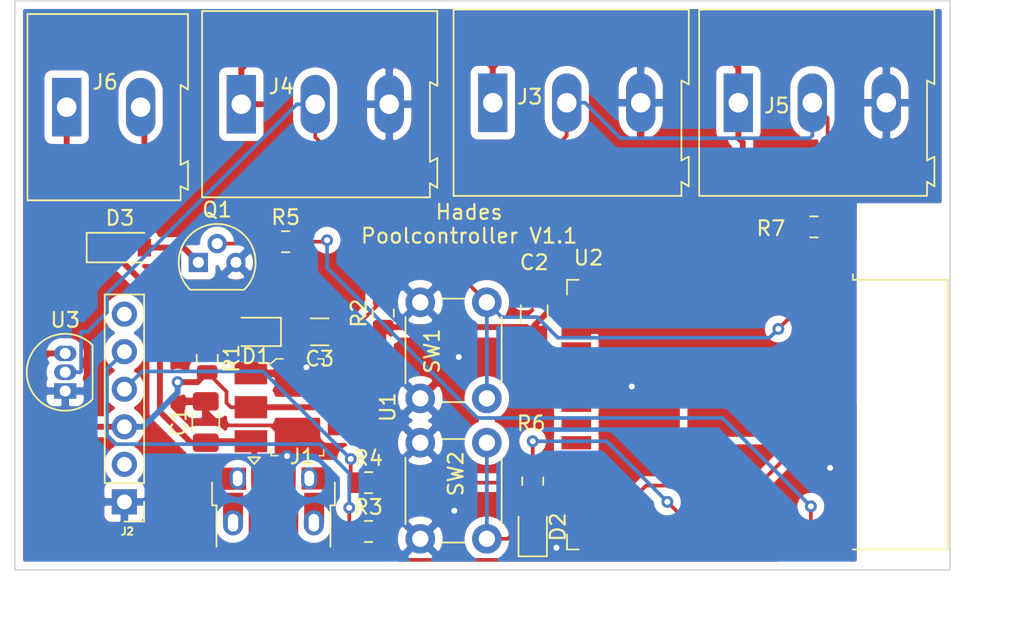
<source format=kicad_pcb>
(kicad_pcb (version 20171130) (host pcbnew "(5.1.5)-3")
  (title_block (title "Hades pool heater controller") (date 2020-05-06) (rev 1.1) (comment 4 "Author: Vincent Mangelschots"))
  (layers (0 F.Cu signal) (31 B.Cu signal) (34 B.Paste user) (35 F.Paste user) (36 B.SilkS user) (37 F.SilkS user) (38 B.Mask user) (39 F.Mask user) (44 Edge.Cuts user))
  (net 0 "")
  (net 1 GND)
  (net 2 +3V3)
  (net 3 "Net-(C3-Pad1)")
  (net 4 "Net-(D1-Pad2)")
  (net 5 "Net-(J1-Pad6)")
  (net 6 "Net-(R3-Pad2)")
  (net 7 "Net-(R4-Pad2)")
  (net 8 "Net-(SW2-Pad1)")
  (net 9 +5V)
  (net 10 "Net-(D2-Pad2)")
  (net 11 /Rx)
  (net 12 /Tx)
  (net 13 "Net-(Q1-Pad2)")
  (net 14 "Net-(R5-Pad2)")
  (net 15 "Net-(R6-Pad2)")
  (net 16 "Net-(D3-Pad2)")
  (net 17 "Net-(J3-Pad2)")
  (module Capacitor_SMD:C_1206_3216Metric (layer F.Cu) (at 117.6 50.4 90)
    (fp_text reference C1 (at 0 -1.82 90) (layer F.SilkS))
    (fp_text value "10µf tantalum")
    (fp_line (start -0.602064 -0.91) (end 0.602064 -0.91) (layer F.SilkS) (width 0.12))
    (fp_line (start -0.602064 0.91) (end 0.602064 0.91) (layer F.SilkS) (width 0.12))
    (pad 1 smd roundrect (at -1.4 0 90) (size 1.25 1.75) (layers F.Cu F.Paste F.Mask) (roundrect_rratio 0.2) (net 9 +5V))
    (pad 2 smd roundrect (at 1.4 0 90) (size 1.25 1.75) (layers F.Cu F.Paste F.Mask) (roundrect_rratio 0.2) (net 1 GND))
  )
  (module Capacitor_SMD:C_1206_3216Metric (layer F.Cu) (at 139.8 43.1 90)
    (fp_text reference C2 (at 3.5 0 180) (layer F.SilkS))
    (fp_text value "100µf tantalum")
    (fp_line (start -0.602064 0.91) (end 0.602064 0.91) (layer F.SilkS) (width 0.12))
    (fp_line (start -0.602064 -0.91) (end 0.602064 -0.91) (layer F.SilkS) (width 0.12))
    (pad 2 smd roundrect (at 1.4 0 90) (size 1.25 1.75) (layers F.Cu F.Paste F.Mask) (roundrect_rratio 0.2) (net 1 GND))
    (pad 1 smd roundrect (at -1.4 0 90) (size 1.25 1.75) (layers F.Cu F.Paste F.Mask) (roundrect_rratio 0.2) (net 2 +3V3))
  )
  (module Capacitor_SMD:C_1206_3216Metric (layer F.Cu) (at 125.3 44.3 180)
    (fp_text reference C3 (at 0 -1.82) (layer F.SilkS))
    (fp_text value 0.1µf)
    (fp_line (start -0.602064 -0.91) (end 0.602064 -0.91) (layer F.SilkS) (width 0.12))
    (fp_line (start -0.602064 0.91) (end 0.602064 0.91) (layer F.SilkS) (width 0.12))
    (pad 1 smd roundrect (at -1.4 0 180) (size 1.25 1.75) (layers F.Cu F.Paste F.Mask) (roundrect_rratio 0.2) (net 3 "Net-(C3-Pad1)"))
    (pad 2 smd roundrect (at 1.4 0 180) (size 1.25 1.75) (layers F.Cu F.Paste F.Mask) (roundrect_rratio 0.2) (net 1 GND))
  )
  (module LED_SMD:LED_0805_2012Metric (layer F.Cu) (at 121 44.3 180)
    (fp_text reference D1 (at 0 -1.65) (layer F.SilkS))
    (fp_text value "LED red")
    (fp_line (start 1 -0.96) (end -1.685 -0.96) (layer F.SilkS) (width 0.12))
    (fp_line (start -1.685 -0.96) (end -1.685 0.96) (layer F.SilkS) (width 0.12))
    (fp_line (start -1.685 0.96) (end 1 0.96) (layer F.SilkS) (width 0.12))
    (pad 1 smd roundrect (at -0.9375 0 180) (size 0.975 1.4) (layers F.Cu F.Paste F.Mask) (net 1 GND))
    (pad 2 smd roundrect (at 0.9375 0 180) (size 0.975 1.4) (layers F.Cu F.Paste F.Mask) (net 4 "Net-(D1-Pad2)"))
  )
  (module Connector_USB:USB_Micro-B_Amphenol_10103594-0001LF_Horizontal (layer F.Cu) (at 122.2 56.1)
    (fp_text reference J1 (at 1.925 -3.365) (layer F.SilkS))
    (fp_text value USB_B_Micro)
    (fp_line (start -4.175 -0.065) (end -4.175 -1.615) (layer F.SilkS) (width 0.12))
    (fp_line (start -4.175 -0.065) (end -3.875 -0.065) (layer F.SilkS) (width 0.12))
    (fp_line (start -3.875 2.735) (end -3.875 -0.065) (layer F.SilkS) (width 0.12))
    (fp_line (start 4.125 -0.065) (end 4.125 -1.615) (layer F.SilkS) (width 0.12))
    (fp_line (start 3.825 -0.065) (end 4.125 -0.065) (layer F.SilkS) (width 0.12))
    (fp_line (start 3.825 2.735) (end 3.825 -0.065) (layer F.SilkS) (width 0.12))
    (fp_line (start -0.925 -3.315) (end -1.325 -2.865) (layer F.SilkS) (width 0.12))
    (fp_line (start -1.725 -3.315) (end -0.925 -3.315) (layer F.SilkS) (width 0.12))
    (fp_line (start -1.325 -2.865) (end -1.725 -3.315) (layer F.SilkS) (width 0.12))
    (pad 6 smd rect (at 2.725 0.185) (size 1.35 2) (layers F.Cu F.Paste F.Mask) (net 5 "Net-(J1-Pad6)"))
    (pad 6 smd rect (at -2.755 0.185) (size 1.35 2) (layers F.Cu F.Paste F.Mask) (net 5 "Net-(J1-Pad6)"))
    (pad 6 smd rect (at -2.975 -0.565) (size 1.825 0.7) (layers F.Cu F.Paste F.Mask) (net 5 "Net-(J1-Pad6)"))
    (pad 6 smd rect (at 2.975 -0.565) (size 1.825 0.7) (layers F.Cu F.Paste F.Mask) (net 5 "Net-(J1-Pad6)"))
    (pad 6 smd rect (at -2.875 -1.865) (size 2 1.5) (layers F.Cu F.Paste F.Mask) (net 5 "Net-(J1-Pad6)"))
    (pad 6 smd rect (at 2.875 -1.885) (size 2 1.5) (layers F.Cu F.Paste F.Mask) (net 5 "Net-(J1-Pad6)"))
    (pad 1 smd rect (at -1.325 -1.765 90) (size 1.65 0.4) (layers F.Cu F.Paste F.Mask) (net 9 +5V))
    (pad 2 smd rect (at -0.675 -1.765 90) (size 1.65 0.4) (layers F.Cu F.Paste F.Mask))
    (pad 3 smd rect (at -0.025 -1.765 90) (size 1.65 0.4) (layers F.Cu F.Paste F.Mask))
    (pad 4 smd rect (at 0.625 -1.765 90) (size 1.65 0.4) (layers F.Cu F.Paste F.Mask))
    (pad 5 smd rect (at 1.275 -1.765 90) (size 1.65 0.4) (layers F.Cu F.Paste F.Mask) (net 1 GND))
    (pad 6 thru_hole oval (at -2.445 -1.885 90) (size 1.5 1.1) (drill oval 1.05 0.65) (layers *.Cu *.Mask) (net 5 "Net-(J1-Pad6)"))
    (pad 6 thru_hole oval (at 2.395 -1.885 90) (size 1.5 1.1) (drill oval 1.05 0.65) (layers *.Cu *.Mask) (net 5 "Net-(J1-Pad6)"))
    (pad 6 thru_hole oval (at -2.755 1.115 90) (size 1.7 1.35) (drill oval 1.2 0.7) (layers *.Cu *.Mask) (net 5 "Net-(J1-Pad6)"))
    (pad 6 thru_hole oval (at 2.705 1.115 90) (size 1.7 1.35) (drill oval 1.2 0.7) (layers *.Cu *.Mask) (net 5 "Net-(J1-Pad6)"))
    (pad 6 smd rect (at -0.985 1.385 90) (size 2.5 1.43) (layers F.Cu F.Paste F.Mask) (net 5 "Net-(J1-Pad6)"))
    (pad 6 smd rect (at 0.935 1.385 90) (size 2.5 1.43) (layers F.Cu F.Paste F.Mask) (net 5 "Net-(J1-Pad6)"))
  )
  (module Resistor_SMD:R_0805_2012Metric (layer F.Cu) (at 117.7 46.1 270)
    (fp_text reference R1 (at 0 -1.65 90) (layer F.SilkS))
    (fp_text value R150)
    (fp_line (start -0.258578 -0.71) (end 0.258578 -0.71) (layer F.SilkS) (width 0.12))
    (fp_line (start -0.258578 0.71) (end 0.258578 0.71) (layer F.SilkS) (width 0.12))
    (pad 1 smd roundrect (at -0.9375 0 270) (size 0.975 1.4) (layers F.Cu F.Paste F.Mask) (net 4 "Net-(D1-Pad2)"))
    (pad 2 smd roundrect (at 0.9375 0 270) (size 0.975 1.4) (layers F.Cu F.Paste F.Mask) (net 2 +3V3))
  )
  (module Resistor_SMD:R_0805_2012Metric (layer F.Cu) (at 129.6 43.0375 90)
    (fp_text reference R2 (at 0 -1.65 90) (layer F.SilkS))
    (fp_text value 10k)
    (fp_line (start -0.258578 0.71) (end 0.258578 0.71) (layer F.SilkS) (width 0.12))
    (fp_line (start -0.258578 -0.71) (end 0.258578 -0.71) (layer F.SilkS) (width 0.12))
    (pad 2 smd roundrect (at 0.9375 0 90) (size 0.975 1.4) (layers F.Cu F.Paste F.Mask) (net 3 "Net-(C3-Pad1)"))
    (pad 1 smd roundrect (at -0.9375 0 90) (size 0.975 1.4) (layers F.Cu F.Paste F.Mask) (net 2 +3V3))
  )
  (module Resistor_SMD:R_0805_2012Metric (layer F.Cu) (at 128.6 57.8)
    (fp_text reference R3 (at 0 -1.65) (layer F.SilkS))
    (fp_text value 1K)
    (fp_line (start -0.258578 -0.71) (end 0.258578 -0.71) (layer F.SilkS) (width 0.12))
    (fp_line (start -0.258578 0.71) (end 0.258578 0.71) (layer F.SilkS) (width 0.12))
    (pad 1 smd roundrect (at -0.9375 0) (size 0.975 1.4) (layers F.Cu F.Paste F.Mask) (net 12 /Tx))
    (pad 2 smd roundrect (at 0.9375 0) (size 0.975 1.4) (layers F.Cu F.Paste F.Mask) (net 6 "Net-(R3-Pad2)"))
  )
  (module Resistor_SMD:R_0805_2012Metric (layer F.Cu) (at 128.6 54.5)
    (fp_text reference R4 (at 0 -1.65) (layer F.SilkS))
    (fp_text value 1K)
    (fp_line (start -0.258578 0.71) (end 0.258578 0.71) (layer F.SilkS) (width 0.12))
    (fp_line (start -0.258578 -0.71) (end 0.258578 -0.71) (layer F.SilkS) (width 0.12))
    (pad 2 smd roundrect (at 0.9375 0) (size 0.975 1.4) (layers F.Cu F.Paste F.Mask) (net 7 "Net-(R4-Pad2)"))
    (pad 1 smd roundrect (at -0.9375 0) (size 0.975 1.4) (layers F.Cu F.Paste F.Mask) (net 11 /Rx))
  )
  (module Button_Switch_THT:SW_PUSH_6mm (layer F.Cu) (at 132.1 48.8 90)
    (fp_text reference SW1 (at 3.2 0.8 90) (layer F.SilkS))
    (fp_text value reset)
    (fp_line (start 1 5.5) (end 5.5 5.5) (layer F.SilkS) (width 0.12))
    (fp_line (start -0.25 1.5) (end -0.25 3) (layer F.SilkS) (width 0.12))
    (fp_line (start 5.5 -1) (end 1 -1) (layer F.SilkS) (width 0.12))
    (fp_line (start 6.75 3) (end 6.75 1.5) (layer F.SilkS) (width 0.12))
    (pad 2 thru_hole circle (at 0 4.5 180) (size 2 2) (drill 1.1) (layers *.Cu *.Mask) (net 3 "Net-(C3-Pad1)"))
    (pad 1 thru_hole circle (at 0 0 180) (size 2 2) (drill 1.1) (layers *.Cu *.Mask) (net 1 GND))
    (pad 2 thru_hole circle (at 6.5 4.5 180) (size 2 2) (drill 1.1) (layers *.Cu *.Mask) (net 3 "Net-(C3-Pad1)"))
    (pad 1 thru_hole circle (at 6.5 0 180) (size 2 2) (drill 1.1) (layers *.Cu *.Mask) (net 1 GND))
  )
  (module Button_Switch_THT:SW_PUSH_6mm (layer F.Cu) (at 136.6 51.8 270)
    (fp_text reference SW2 (at 2.1 2.1 90) (layer F.SilkS))
    (fp_text value "mode switch")
    (fp_line (start 6.75 3) (end 6.75 1.5) (layer F.SilkS) (width 0.12))
    (fp_line (start 5.5 -1) (end 1 -1) (layer F.SilkS) (width 0.12))
    (fp_line (start -0.25 1.5) (end -0.25 3) (layer F.SilkS) (width 0.12))
    (fp_line (start 1 5.5) (end 5.5 5.5) (layer F.SilkS) (width 0.12))
    (pad 1 thru_hole circle (at 6.5 0) (size 2 2) (drill 1.1) (layers *.Cu *.Mask) (net 8 "Net-(SW2-Pad1)"))
    (pad 2 thru_hole circle (at 6.5 4.5) (size 2 2) (drill 1.1) (layers *.Cu *.Mask) (net 1 GND))
    (pad 1 thru_hole circle (at 0 0) (size 2 2) (drill 1.1) (layers *.Cu *.Mask) (net 8 "Net-(SW2-Pad1)"))
    (pad 2 thru_hole circle (at 0 4.5) (size 2 2) (drill 1.1) (layers *.Cu *.Mask) (net 1 GND))
  )
  (module digikey-footprints:SOT-223 (layer F.Cu) (at 123.8 49.4 270)
    (fp_text reference U1 (at 0 -6.1 90) (layer F.SilkS))
    (fp_text value LM1117MPX-3_3_NOPB)
    (fp_line (start -3.275 0.975) (end -3.275 1.45) (layer F.SilkS) (width 0.1))
    (fp_line (start -3.275 1.45) (end -2.975 1.775) (layer F.SilkS) (width 0.1))
    (fp_line (start -2.975 1.775) (end -2.975 1.97) (layer F.SilkS) (width 0.1))
    (fp_line (start 3.275 1.3) (end 3.275 1.775) (layer F.SilkS) (width 0.1))
    (fp_line (start 3.275 1.775) (end 2.825 1.775) (layer F.SilkS) (width 0.1))
    (fp_line (start -2.775 -1.775) (end -3.275 -1.775) (layer F.SilkS) (width 0.1))
    (fp_line (start -3.275 -1.775) (end -3.275 -1.375) (layer F.SilkS) (width 0.1))
    (fp_line (start 2.9 -1.775) (end 3.275 -1.775) (layer F.SilkS) (width 0.1))
    (fp_line (start 3.275 -1.775) (end 3.275 -1.475) (layer F.SilkS) (width 0.1))
    (pad 3 smd rect (at 2.3 3.15 270) (size 1.5 2.2) (layers F.Cu F.Paste F.Mask) (net 9 +5V))
    (pad 2 smd rect (at 0 3.15 270) (size 1.5 2.2) (layers F.Cu F.Paste F.Mask) (net 2 +3V3))
    (pad 1 smd rect (at -2.3 3.15 270) (size 1.5 2.2) (layers F.Cu F.Paste F.Mask) (net 1 GND))
    (pad 4 smd rect (at 0 -3.15 270) (size 3.8 2.2) (layers F.Cu F.Paste F.Mask) (net 2 +3V3))
  )
  (module RF_Module:ESP32-WROOM-32 (layer F.Cu) (at 151.9 49.9 270)
    (fp_text reference U2 (at -10.61 8.43) (layer F.SilkS))
    (fp_text value ESP32-WROOM-32D)
    (fp_line (start -9.12 9.1) (end -9.12 9.88) (layer F.SilkS) (width 0.12))
    (fp_line (start -9.12 9.88) (end -8.12 9.88) (layer F.SilkS) (width 0.12))
    (fp_line (start 9.12 9.1) (end 9.12 9.88) (layer F.SilkS) (width 0.12))
    (fp_line (start 9.12 9.88) (end 8.12 9.88) (layer F.SilkS) (width 0.12))
    (fp_line (start -9.12 -15.865) (end 9.12 -15.865) (layer F.SilkS) (width 0.12))
    (fp_line (start 9.12 -15.865) (end 9.12 -9.445) (layer F.SilkS) (width 0.12))
    (fp_line (start -9.12 -15.865) (end -9.12 -9.445) (layer F.SilkS) (width 0.12))
    (fp_line (start -9.12 -9.445) (end -9.5 -9.445) (layer F.SilkS) (width 0.12))
    (pad 39 smd rect (at -1 -0.755 270) (size 5 5) (layers F.Cu F.Paste F.Mask) (net 1 GND))
    (pad 1 smd rect (at -8.5 -8.255 270) (size 2 0.9) (layers F.Cu F.Paste F.Mask) (net 1 GND))
    (pad 2 smd rect (at -8.5 -6.985 270) (size 2 0.9) (layers F.Cu F.Paste F.Mask) (net 2 +3V3))
    (pad 3 smd rect (at -8.5 -5.715 270) (size 2 0.9) (layers F.Cu F.Paste F.Mask) (net 3 "Net-(C3-Pad1)"))
    (pad 4 smd rect (at -8.5 -4.445 270) (size 2 0.9) (layers F.Cu F.Paste F.Mask))
    (pad 5 smd rect (at -8.5 -3.175 270) (size 2 0.9) (layers F.Cu F.Paste F.Mask))
    (pad 6 smd rect (at -8.5 -1.905 270) (size 2 0.9) (layers F.Cu F.Paste F.Mask))
    (pad 7 smd rect (at -8.5 -0.635 270) (size 2 0.9) (layers F.Cu F.Paste F.Mask))
    (pad 8 smd rect (at -8.5 0.635 270) (size 2 0.9) (layers F.Cu F.Paste F.Mask))
    (pad 9 smd rect (at -8.5 1.905 270) (size 2 0.9) (layers F.Cu F.Paste F.Mask))
    (pad 10 smd rect (at -8.5 3.175 270) (size 2 0.9) (layers F.Cu F.Paste F.Mask))
    (pad 11 smd rect (at -8.5 4.445 270) (size 2 0.9) (layers F.Cu F.Paste F.Mask))
    (pad 12 smd rect (at -8.5 5.715 270) (size 2 0.9) (layers F.Cu F.Paste F.Mask))
    (pad 13 smd rect (at -8.5 6.985 270) (size 2 0.9) (layers F.Cu F.Paste F.Mask))
    (pad 14 smd rect (at -8.5 8.255 270) (size 2 0.9) (layers F.Cu F.Paste F.Mask))
    (pad 15 smd rect (at -5.715 9.255) (size 2 0.9) (layers F.Cu F.Paste F.Mask) (net 1 GND))
    (pad 16 smd rect (at -4.445 9.255) (size 2 0.9) (layers F.Cu F.Paste F.Mask))
    (pad 17 smd rect (at -3.175 9.255) (size 2 0.9) (layers F.Cu F.Paste F.Mask))
    (pad 18 smd rect (at -1.905 9.255) (size 2 0.9) (layers F.Cu F.Paste F.Mask))
    (pad 19 smd rect (at -0.635 9.255) (size 2 0.9) (layers F.Cu F.Paste F.Mask))
    (pad 20 smd rect (at 0.635 9.255) (size 2 0.9) (layers F.Cu F.Paste F.Mask))
    (pad 21 smd rect (at 1.905 9.255) (size 2 0.9) (layers F.Cu F.Paste F.Mask))
    (pad 22 smd rect (at 3.175 9.255) (size 2 0.9) (layers F.Cu F.Paste F.Mask))
    (pad 23 smd rect (at 4.445 9.255) (size 2 0.9) (layers F.Cu F.Paste F.Mask))
    (pad 24 smd rect (at 5.715 9.255) (size 2 0.9) (layers F.Cu F.Paste F.Mask) (net 7 "Net-(R4-Pad2)"))
    (pad 25 smd rect (at 8.5 8.255 270) (size 2 0.9) (layers F.Cu F.Paste F.Mask) (net 8 "Net-(SW2-Pad1)"))
    (pad 26 smd rect (at 8.5 6.985 270) (size 2 0.9) (layers F.Cu F.Paste F.Mask) (net 17 "Net-(J3-Pad2)"))
    (pad 27 smd rect (at 8.5 5.715 270) (size 2 0.9) (layers F.Cu F.Paste F.Mask))
    (pad 28 smd rect (at 8.5 4.445 270) (size 2 0.9) (layers F.Cu F.Paste F.Mask))
    (pad 29 smd rect (at 8.5 3.175 270) (size 2 0.9) (layers F.Cu F.Paste F.Mask))
    (pad 30 smd rect (at 8.5 1.905 270) (size 2 0.9) (layers F.Cu F.Paste F.Mask) (net 15 "Net-(R6-Pad2)"))
    (pad 31 smd rect (at 8.5 0.635 270) (size 2 0.9) (layers F.Cu F.Paste F.Mask))
    (pad 32 smd rect (at 8.5 -0.635 270) (size 2 0.9) (layers F.Cu F.Paste F.Mask))
    (pad 33 smd rect (at 8.5 -1.905 270) (size 2 0.9) (layers F.Cu F.Paste F.Mask))
    (pad 34 smd rect (at 8.5 -3.175 270) (size 2 0.9) (layers F.Cu F.Paste F.Mask))
    (pad 35 smd rect (at 8.5 -4.445 270) (size 2 0.9) (layers F.Cu F.Paste F.Mask) (net 6 "Net-(R3-Pad2)"))
    (pad 36 smd rect (at 8.5 -5.715 270) (size 2 0.9) (layers F.Cu F.Paste F.Mask))
    (pad 37 smd rect (at 8.5 -6.985 270) (size 2 0.9) (layers F.Cu F.Paste F.Mask) (net 14 "Net-(R5-Pad2)"))
    (pad 38 smd rect (at 8.5 -8.255 270) (size 2 0.9) (layers F.Cu F.Paste F.Mask) (net 1 GND))
  )
  (module TerminalBlock:TerminalBlock_Altech_AK300-3_P5.00mm (layer F.Cu) (at 137 28.8)
    (fp_text reference J3 (at 2.5 -0.4) (layer F.SilkS))
    (fp_text value "outgooing water temperature")
    (fp_line (start -2.65 -6.3) (end -2.65 6.3) (layer F.SilkS) (width 0.12))
    (fp_line (start -2.65 6.3) (end 12.75 6.3) (layer F.SilkS) (width 0.12))
    (fp_line (start 12.75 6.3) (end 12.75 5.35) (layer F.SilkS) (width 0.12))
    (fp_line (start 12.75 5.35) (end 13.25 5.65) (layer F.SilkS) (width 0.12))
    (fp_line (start 13.25 5.65) (end 13.25 3.65) (layer F.SilkS) (width 0.12))
    (fp_line (start 13.25 3.65) (end 12.75 3.9) (layer F.SilkS) (width 0.12))
    (fp_line (start 12.75 3.9) (end 12.75 -1.5) (layer F.SilkS) (width 0.12))
    (fp_line (start 12.75 -1.5) (end 13.25 -1.25) (layer F.SilkS) (width 0.12))
    (fp_line (start 13.25 -1.25) (end 13.25 -6.3) (layer F.SilkS) (width 0.12))
    (fp_line (start 13.25 -6.3) (end -2.65 -6.3) (layer F.SilkS) (width 0.12))
    (pad 1 thru_hole rect (at 0 0) (size 1.98 3.96) (drill 1.32) (layers *.Cu *.Mask) (net 2 +3V3))
    (pad 2 thru_hole oval (at 5 0) (size 1.98 3.96) (drill 1.32) (layers *.Cu *.Mask) (net 17 "Net-(J3-Pad2)"))
    (pad 3 thru_hole oval (at 10 0) (size 1.98 3.96) (drill 1.32) (layers *.Cu *.Mask) (net 1 GND))
  )
  (module TerminalBlock:TerminalBlock_Altech_AK300-3_P5.00mm (layer F.Cu) (at 120 28.9)
    (fp_text reference J4 (at 2.7 -1.2) (layer F.SilkS))
    (fp_text value "incomming water temperature")
    (fp_line (start 13.25 -6.3) (end -2.65 -6.3) (layer F.SilkS) (width 0.12))
    (fp_line (start 13.25 -1.25) (end 13.25 -6.3) (layer F.SilkS) (width 0.12))
    (fp_line (start 12.75 -1.5) (end 13.25 -1.25) (layer F.SilkS) (width 0.12))
    (fp_line (start 12.75 3.9) (end 12.75 -1.5) (layer F.SilkS) (width 0.12))
    (fp_line (start 13.25 3.65) (end 12.75 3.9) (layer F.SilkS) (width 0.12))
    (fp_line (start 13.25 5.65) (end 13.25 3.65) (layer F.SilkS) (width 0.12))
    (fp_line (start 12.75 5.35) (end 13.25 5.65) (layer F.SilkS) (width 0.12))
    (fp_line (start 12.75 6.3) (end 12.75 5.35) (layer F.SilkS) (width 0.12))
    (fp_line (start -2.65 6.3) (end 12.75 6.3) (layer F.SilkS) (width 0.12))
    (fp_line (start -2.65 -6.3) (end -2.65 6.3) (layer F.SilkS) (width 0.12))
    (pad 3 thru_hole oval (at 10 0) (size 1.98 3.96) (drill 1.32) (layers *.Cu *.Mask) (net 1 GND))
    (pad 2 thru_hole oval (at 5 0) (size 1.98 3.96) (drill 1.32) (layers *.Cu *.Mask) (net 17 "Net-(J3-Pad2)"))
    (pad 1 thru_hole rect (at 0 0) (size 1.98 3.96) (drill 1.32) (layers *.Cu *.Mask) (net 2 +3V3))
  )
  (module TerminalBlock:TerminalBlock_Altech_AK300-3_P5.00mm (layer F.Cu) (at 153.6 28.8)
    (fp_text reference J5 (at 2.6 0.2) (layer F.SilkS))
    (fp_text value "Outside temperature")
    (fp_line (start -2.65 -6.3) (end -2.65 6.3) (layer F.SilkS) (width 0.12))
    (fp_line (start -2.65 6.3) (end 12.75 6.3) (layer F.SilkS) (width 0.12))
    (fp_line (start 12.75 6.3) (end 12.75 5.35) (layer F.SilkS) (width 0.12))
    (fp_line (start 12.75 5.35) (end 13.25 5.65) (layer F.SilkS) (width 0.12))
    (fp_line (start 13.25 5.65) (end 13.25 3.65) (layer F.SilkS) (width 0.12))
    (fp_line (start 13.25 3.65) (end 12.75 3.9) (layer F.SilkS) (width 0.12))
    (fp_line (start 12.75 3.9) (end 12.75 -1.5) (layer F.SilkS) (width 0.12))
    (fp_line (start 12.75 -1.5) (end 13.25 -1.25) (layer F.SilkS) (width 0.12))
    (fp_line (start 13.25 -1.25) (end 13.25 -6.3) (layer F.SilkS) (width 0.12))
    (fp_line (start 13.25 -6.3) (end -2.65 -6.3) (layer F.SilkS) (width 0.12))
    (pad 1 thru_hole rect (at 0 0) (size 1.98 3.96) (drill 1.32) (layers *.Cu *.Mask) (net 2 +3V3))
    (pad 2 thru_hole oval (at 5 0) (size 1.98 3.96) (drill 1.32) (layers *.Cu *.Mask) (net 17 "Net-(J3-Pad2)"))
    (pad 3 thru_hole oval (at 10 0) (size 1.98 3.96) (drill 1.32) (layers *.Cu *.Mask) (net 1 GND))
  )
  (module Resistor_SMD:R_0805_2012Metric (layer F.Cu) (at 158.7 37.2)
    (fp_text reference R7 (at -2.9 0.1) (layer F.SilkS))
    (fp_text value 4.7k)
    (fp_line (start -0.258578 -0.71) (end 0.258578 -0.71) (layer F.SilkS) (width 0.12))
    (fp_line (start -0.258578 0.71) (end 0.258578 0.71) (layer F.SilkS) (width 0.12))
    (pad 1 smd roundrect (at -0.9375 0) (size 0.975 1.4) (layers F.Cu F.Paste F.Mask) (net 2 +3V3))
    (pad 2 smd roundrect (at 0.9375 0) (size 0.975 1.4) (layers F.Cu F.Paste F.Mask) (net 17 "Net-(J3-Pad2)"))
  )
  (module LED_SMD:LED_0805_2012Metric (layer F.Cu) (at 139.7 57.8 90)
    (fp_text reference D2 (at 0.3 1.7 270) (layer F.SilkS))
    (fp_text value LED)
    (fp_line (start 1 -0.96) (end -1.685 -0.96) (layer F.SilkS) (width 0.12))
    (fp_line (start -1.685 -0.96) (end -1.685 0.96) (layer F.SilkS) (width 0.12))
    (fp_line (start -1.685 0.96) (end 1 0.96) (layer F.SilkS) (width 0.12))
    (pad 1 smd roundrect (at -0.9375 0 90) (size 0.975 1.4) (layers F.Cu F.Paste F.Mask) (net 1 GND))
    (pad 2 smd roundrect (at 0.9375 0 90) (size 0.975 1.4) (layers F.Cu F.Paste F.Mask) (net 10 "Net-(D2-Pad2)"))
  )
  (module Connector_PinHeader_2.54mm:PinHeader_1x06_P2.54mm_Vertical (layer F.Cu) (at 112.1 55.8 180)
    (fp_text reference J2 (at -0.2 -2) (layer F.SilkS) (effects (font (size 0.5 0.5) (thickness 0.125))))
    (fp_text value Conn_01x06)
    (fp_line (start -1.33 14.03) (end 1.33 14.03) (layer F.SilkS) (width 0.12))
    (fp_line (start -1.33 1.27) (end -1.33 14.03) (layer F.SilkS) (width 0.12))
    (fp_line (start 1.33 1.27) (end 1.33 14.03) (layer F.SilkS) (width 0.12))
    (fp_line (start -1.33 1.27) (end 1.33 1.27) (layer F.SilkS) (width 0.12))
    (fp_line (start -1.33 0) (end -1.33 -1.33) (layer F.SilkS) (width 0.12))
    (fp_line (start -1.33 -1.33) (end 0 -1.33) (layer F.SilkS) (width 0.12))
    (pad 1 thru_hole rect (at 0 0 180) (size 1.7 1.7) (drill 1) (layers *.Cu *.Mask) (net 1 GND))
    (pad 2 thru_hole oval (at 0 2.54 180) (size 1.7 1.7) (drill 1) (layers *.Cu *.Mask))
    (pad 3 thru_hole oval (at 0 5.08 180) (size 1.7 1.7) (drill 1) (layers *.Cu *.Mask) (net 2 +3V3))
    (pad 4 thru_hole oval (at 0 7.62 180) (size 1.7 1.7) (drill 1) (layers *.Cu *.Mask) (net 11 /Rx))
    (pad 5 thru_hole oval (at 0 10.16 180) (size 1.7 1.7) (drill 1) (layers *.Cu *.Mask) (net 12 /Tx))
    (pad 6 thru_hole oval (at 0 12.7 180) (size 1.7 1.7) (drill 1) (layers *.Cu *.Mask))
  )
  (module TerminalBlock:TerminalBlock_Altech_AK300-2_P5.00mm (layer F.Cu) (at 108.2 29.1)
    (fp_text reference J6 (at 2.6 -1.7) (layer F.SilkS))
    (fp_text value Relay)
    (fp_line (start -2.65 -6.3) (end -2.65 6.3) (layer F.SilkS) (width 0.12))
    (fp_line (start -2.65 6.3) (end 7.7 6.3) (layer F.SilkS) (width 0.12))
    (fp_line (start 7.7 6.3) (end 7.7 5.35) (layer F.SilkS) (width 0.12))
    (fp_line (start 7.7 5.35) (end 8.2 5.6) (layer F.SilkS) (width 0.12))
    (fp_line (start 8.2 5.6) (end 8.2 3.7) (layer F.SilkS) (width 0.12))
    (fp_line (start 8.2 3.7) (end 8.2 3.65) (layer F.SilkS) (width 0.12))
    (fp_line (start 8.2 3.65) (end 7.7 3.9) (layer F.SilkS) (width 0.12))
    (fp_line (start 7.7 3.9) (end 7.7 -1.5) (layer F.SilkS) (width 0.12))
    (fp_line (start 7.7 -1.5) (end 8.2 -1.2) (layer F.SilkS) (width 0.12))
    (fp_line (start 8.2 -1.2) (end 8.2 -6.3) (layer F.SilkS) (width 0.12))
    (fp_line (start 8.2 -6.3) (end -2.65 -6.3) (layer F.SilkS) (width 0.12))
    (pad 1 thru_hole rect (at 0 0) (size 1.98 3.96) (drill 1.32) (layers *.Cu *.Mask) (net 9 +5V))
    (pad 2 thru_hole oval (at 5 0) (size 1.98 3.96) (drill 1.32) (layers *.Cu *.Mask) (net 16 "Net-(D3-Pad2)"))
  )
  (module Package_TO_SOT_THT:TO-92 (layer F.Cu) (at 117.1 39.6)
    (fp_text reference Q1 (at 1.27 -3.56) (layer F.SilkS))
    (fp_text value 2N2222)
    (fp_line (start -0.53 1.85) (end 3.07 1.85) (layer F.SilkS) (width 0.12))
    (fp_arc (start 1.27 0) (end 1.27 -2.6) (angle -135) (layer F.SilkS) (width 0.12))
    (fp_arc (start 1.27 0) (end 1.27 -2.6) (angle 135) (layer F.SilkS) (width 0.12))
    (pad 2 thru_hole circle (at 1.27 -1.27 90) (size 1.3 1.3) (drill 0.75) (layers *.Cu *.Mask) (net 13 "Net-(Q1-Pad2)"))
    (pad 3 thru_hole circle (at 2.54 0 90) (size 1.3 1.3) (drill 0.75) (layers *.Cu *.Mask) (net 1 GND))
    (pad 1 thru_hole rect (at 0 0 90) (size 1.3 1.3) (drill 0.75) (layers *.Cu *.Mask) (net 16 "Net-(D3-Pad2)"))
  )
  (module Resistor_SMD:R_0805_2012Metric (layer F.Cu) (at 123 38.2)
    (fp_text reference R5 (at 0 -1.65) (layer F.SilkS))
    (fp_text value 470)
    (fp_line (start -0.258578 -0.71) (end 0.258578 -0.71) (layer F.SilkS) (width 0.12))
    (fp_line (start -0.258578 0.71) (end 0.258578 0.71) (layer F.SilkS) (width 0.12))
    (pad 1 smd roundrect (at -0.9375 0) (size 0.975 1.4) (layers F.Cu F.Paste F.Mask) (net 13 "Net-(Q1-Pad2)"))
    (pad 2 smd roundrect (at 0.9375 0) (size 0.975 1.4) (layers F.Cu F.Paste F.Mask) (net 14 "Net-(R5-Pad2)"))
  )
  (module Resistor_SMD:R_0805_2012Metric (layer F.Cu) (at 139.7 54.4 90)
    (fp_text reference R6 (at 3.9 -0.1 180) (layer F.SilkS))
    (fp_text value 56)
    (fp_line (start -0.258578 0.71) (end 0.258578 0.71) (layer F.SilkS) (width 0.12))
    (fp_line (start -0.258578 -0.71) (end 0.258578 -0.71) (layer F.SilkS) (width 0.12))
    (pad 2 smd roundrect (at 0.9375 0 90) (size 0.975 1.4) (layers F.Cu F.Paste F.Mask) (net 15 "Net-(R6-Pad2)"))
    (pad 1 smd roundrect (at -0.9375 0 90) (size 0.975 1.4) (layers F.Cu F.Paste F.Mask) (net 10 "Net-(D2-Pad2)"))
  )
  (module Package_TO_SOT_THT:TO-92_Inline (layer F.Cu) (at 108.1 48.3 90)
    (fp_text reference U3 (at 4.8 0 180) (layer F.SilkS))
    (fp_text value DS18B20)
    (fp_line (start -0.53 1.85) (end 3.07 1.85) (layer F.SilkS) (width 0.12))
    (fp_arc (start 1.27 0) (end 1.27 -2.6) (angle -135) (layer F.SilkS) (width 0.12))
    (fp_arc (start 1.27 0) (end 1.27 -2.6) (angle 135) (layer F.SilkS) (width 0.12))
    (pad 2 thru_hole oval (at 1.27 0 90) (size 1.05 1.5) (drill 0.75) (layers *.Cu *.Mask) (net 17 "Net-(J3-Pad2)"))
    (pad 3 thru_hole oval (at 2.54 0 90) (size 1.05 1.5) (drill 0.75) (layers *.Cu *.Mask) (net 2 +3V3))
    (pad 1 thru_hole rect (at 0 0 90) (size 1.05 1.5) (drill 0.75) (layers *.Cu *.Mask) (net 1 GND))
  )
  (module Diode_SMD:D_SOD-123 (layer F.Cu) (at 111.8 38.6)
    (fp_text reference D3 (at 0 -2) (layer F.SilkS))
    (fp_text value D_Schottky)
    (fp_line (start -2.25 -1) (end -2.25 1) (layer F.SilkS) (width 0.12))
    (fp_line (start -2.25 1) (end 1.65 1) (layer F.SilkS) (width 0.12))
    (fp_line (start -2.25 -1) (end 1.65 -1) (layer F.SilkS) (width 0.12))
    (pad 1 smd rect (at -1.65 0) (size 0.9 1.2) (layers F.Cu F.Paste F.Mask) (net 9 +5V))
    (pad 2 smd rect (at 1.65 0) (size 0.9 1.2) (layers F.Cu F.Paste F.Mask) (net 16 "Net-(D3-Pad2)"))
  )
  (gr_text "Hades\nPoolcontroller V1.1\n" (at 135.4 37) (layer F.SilkS) (effects (font (size 1 1))))
  (gr_line (start 167.9 21.9) (end 167.9 60.4) (layer Edge.Cuts) (width 0.1))
  (gr_line (start 104.7 21.9) (end 167.9 21.9) (layer Edge.Cuts) (width 0.1))
  (gr_line (start 104.7 60.4) (end 104.7 21.9) (layer Edge.Cuts) (width 0.1))
  (gr_line (start 167.9 60.4) (end 104.7 60.4) (layer Edge.Cuts) (width 0.1))
  (via (at 134.4 56.4) (size 0.8) (drill 0.4) (layers F.Cu B.Cu) (net 1))
  (via (at 134.7 46) (size 0.8) (drill 0.4) (layers F.Cu B.Cu) (net 1))
  (via (at 146.4 48) (size 0.8) (drill 0.4) (layers F.Cu B.Cu) (net 1))
  (via (at 159.8 53.5) (size 0.8) (drill 0.4) (layers F.Cu B.Cu) (net 1))
  (via (at 124.4 46.7) (size 0.8) (drill 0.4) (layers F.Cu B.Cu) (net 1))
  (segment (start 123.475 54.335) (end 123.475 53.479998) (width 0.25) (layer F.Cu) (net 1))
  (via (at 123.1 52.7) (size 0.8) (drill 0.4) (layers F.Cu B.Cu) (net 1))
  (segment (start 123.475 53.075) (end 123.1 52.7) (width 0.4) (layer F.Cu) (net 1))
  (segment (start 123.475 54.335) (end 123.475 53.075) (width 0.4) (layer F.Cu) (net 1))
  (via (at 141.3 58.9) (size 0.8) (drill 0.4) (layers F.Cu B.Cu) (net 1))
  (segment (start 123.1 52.134315) (end 123.1 52.7) (width 0.25) (layer F.Cu) (net 1))
  (segment (start 123.1 51.714998) (end 123.1 52.134315) (width 0.25) (layer F.Cu) (net 1))
  (segment (start 122.010001 50.624999) (end 123.1 51.714998) (width 0.25) (layer F.Cu) (net 1))
  (segment (start 118.599999 50.624999) (end 122.010001 50.624999) (width 0.25) (layer F.Cu) (net 1))
  (segment (start 117.6 49.625) (end 118.599999 50.624999) (width 0.25) (layer F.Cu) (net 1))
  (segment (start 117.6 49) (end 117.6 49.625) (width 0.25) (layer F.Cu) (net 1))
  (segment (start 126.95 49.4) (end 128.3 49.4) (width 0.25) (layer F.Cu) (net 2))
  (segment (start 119.3 49.4) (end 119 49.1) (width 0.25) (layer F.Cu) (net 2))
  (segment (start 120.65 49.4) (end 119.3 49.4) (width 0.25) (layer F.Cu) (net 2))
  (segment (start 119 48.3375) (end 117.7 47.0375) (width 0.25) (layer F.Cu) (net 2))
  (segment (start 119 49.1) (end 119 48.3375) (width 0.25) (layer F.Cu) (net 2))
  (segment (start 130.125 44.5) (end 129.6 43.975) (width 0.25) (layer F.Cu) (net 2))
  (segment (start 158.885 38.6525) (end 158.9375 38.6) (width 0.25) (layer F.Cu) (net 2))
  (segment (start 158.451973 38.114473) (end 158.451973 37.951973) (width 0.25) (layer F.Cu) (net 2))
  (segment (start 158.9375 38.6) (end 158.451973 38.114473) (width 0.25) (layer F.Cu) (net 2))
  (segment (start 139.8 43.875) (end 139.8 44.5) (width 0.25) (layer F.Cu) (net 2))
  (segment (start 120.65 49.4) (end 126.95 49.4) (width 0.4) (layer F.Cu) (net 2))
  (segment (start 129.6 44.4625) (end 129.6 43.975) (width 0.4) (layer F.Cu) (net 2))
  (segment (start 129.6 48.25) (end 129.6 44.4625) (width 0.4) (layer F.Cu) (net 2))
  (segment (start 128.45 49.4) (end 129.6 48.25) (width 0.4) (layer F.Cu) (net 2))
  (segment (start 126.95 49.4) (end 128.45 49.4) (width 0.4) (layer F.Cu) (net 2))
  (segment (start 139.275 43.975) (end 139.8 44.5) (width 0.4) (layer F.Cu) (net 2))
  (segment (start 129.6 43.975) (end 139.275 43.975) (width 0.4) (layer F.Cu) (net 2))
  (segment (start 142.2 40.674998) (end 146.674998 36.2) (width 0.4) (layer F.Cu) (net 2))
  (segment (start 139.8 43.875) (end 142.2 41.475) (width 0.4) (layer F.Cu) (net 2))
  (segment (start 156.5375 36.2) (end 158.9375 38.6) (width 0.4) (layer F.Cu) (net 2))
  (segment (start 142.2 41.475) (end 142.2 40.674998) (width 0.4) (layer F.Cu) (net 2))
  (segment (start 158.9375 41.3475) (end 158.885 41.4) (width 0.4) (layer F.Cu) (net 2))
  (segment (start 158.9375 38.6) (end 158.9375 41.3475) (width 0.4) (layer F.Cu) (net 2))
  (segment (start 112.1 50.72) (end 106.68 50.72) (width 0.4) (layer F.Cu) (net 2))
  (segment (start 106.68 50.72) (end 106.3 50.34) (width 0.4) (layer F.Cu) (net 2))
  (segment (start 106.95 45.76) (end 108.1 45.76) (width 0.4) (layer F.Cu) (net 2))
  (segment (start 106.3 46.41) (end 106.95 45.76) (width 0.4) (layer F.Cu) (net 2))
  (segment (start 106.3 50.34) (end 106.3 46.41) (width 0.4) (layer F.Cu) (net 2))
  (segment (start 112.1 50.72) (end 113.38 50.72) (width 0.4) (layer B.Cu) (net 2))
  (via (at 115.7 47.7) (size 0.8) (drill 0.4) (layers F.Cu B.Cu) (net 2))
  (segment (start 113.38 50.72) (end 115.7 48.4) (width 0.4) (layer B.Cu) (net 2))
  (segment (start 115.7 48.4) (end 115.7 47.7) (width 0.4) (layer B.Cu) (net 2))
  (segment (start 117.0375 47.7) (end 117.7 47.0375) (width 0.4) (layer F.Cu) (net 2))
  (segment (start 115.7 47.7) (end 117.0375 47.7) (width 0.4) (layer F.Cu) (net 2))
  (segment (start 120 26.52) (end 121.62 24.9) (width 0.4) (layer F.Cu) (net 2))
  (segment (start 120 28.9) (end 120 26.52) (width 0.4) (layer F.Cu) (net 2))
  (segment (start 137 26.42) (end 137 28.8) (width 0.4) (layer F.Cu) (net 2))
  (segment (start 135.48 24.9) (end 137 26.42) (width 0.4) (layer F.Cu) (net 2))
  (segment (start 121.62 24.9) (end 135.48 24.9) (width 0.4) (layer F.Cu) (net 2))
  (segment (start 137 26.42) (end 138.52 24.9) (width 0.4) (layer F.Cu) (net 2))
  (segment (start 153.6 26.42) (end 153.6 28.8) (width 0.4) (layer F.Cu) (net 2))
  (segment (start 152.08 24.9) (end 153.6 26.42) (width 0.4) (layer F.Cu) (net 2))
  (segment (start 138.52 24.9) (end 152.08 24.9) (width 0.4) (layer F.Cu) (net 2))
  (segment (start 120 28.9) (end 121.39 28.9) (width 0.4) (layer F.Cu) (net 2))
  (segment (start 153.9 31.48) (end 153.9 36) (width 0.4) (layer F.Cu) (net 2))
  (segment (start 153.6 31.18) (end 153.9 31.48) (width 0.4) (layer F.Cu) (net 2))
  (segment (start 153.6 28.8) (end 153.6 31.18) (width 0.4) (layer F.Cu) (net 2))
  (segment (start 146.674998 36.2) (end 153.9 36) (width 0.4) (layer F.Cu) (net 2))
  (segment (start 153.9 36) (end 156.5375 36.2) (width 0.4) (layer F.Cu) (net 2))
  (segment (start 127.4 44.3) (end 129.6 42.1) (width 0.25) (layer F.Cu) (net 3))
  (segment (start 126.7 44.3) (end 127.4 44.3) (width 0.25) (layer F.Cu) (net 3))
  (segment (start 129.6 41.6125) (end 130.7125 40.5) (width 0.25) (layer F.Cu) (net 3))
  (segment (start 129.6 42.1) (end 129.6 41.6125) (width 0.25) (layer F.Cu) (net 3))
  (segment (start 135.2 40.9) (end 136.6 42.3) (width 0.25) (layer F.Cu) (net 3))
  (segment (start 134.8 40.5) (end 135.2 40.9) (width 0.25) (layer F.Cu) (net 3))
  (segment (start 130.7125 40.5) (end 134.8 40.5) (width 0.25) (layer F.Cu) (net 3))
  (segment (start 137.599999 43.299999) (end 139.999999 43.299999) (width 0.25) (layer B.Cu) (net 3))
  (segment (start 136.6 42.3) (end 137.599999 43.299999) (width 0.25) (layer B.Cu) (net 3))
  (segment (start 139.999999 43.299999) (end 141.4 44.7) (width 0.25) (layer B.Cu) (net 3))
  (via (at 156.3 44.1) (size 0.8) (drill 0.4) (layers F.Cu B.Cu) (net 3))
  (segment (start 141.4 44.7) (end 155.7 44.7) (width 0.25) (layer B.Cu) (net 3))
  (segment (start 155.7 44.7) (end 156.3 44.1) (width 0.25) (layer B.Cu) (net 3))
  (segment (start 157.615 42.785) (end 157.615 41.4) (width 0.25) (layer F.Cu) (net 3))
  (segment (start 156.3 44.1) (end 157.615 42.785) (width 0.25) (layer F.Cu) (net 3))
  (segment (start 136.6 47.385787) (end 136.6 42.3) (width 0.25) (layer B.Cu) (net 3))
  (segment (start 136.6 48.8) (end 136.6 47.385787) (width 0.25) (layer B.Cu) (net 3))
  (segment (start 118.5625 44.3) (end 120.0625 44.3) (width 0.25) (layer F.Cu) (net 4))
  (segment (start 117.7 45.1625) (end 118.5625 44.3) (width 0.25) (layer F.Cu) (net 4))
  (segment (start 129.5375 57.8) (end 129.5375 58.6375) (width 0.25) (layer F.Cu) (net 6))
  (segment (start 156.345 59.65) (end 156.345 58.4) (width 0.25) (layer F.Cu) (net 6))
  (segment (start 156.269999 59.725001) (end 156.345 59.65) (width 0.25) (layer F.Cu) (net 6))
  (segment (start 129.5375 58.6375) (end 130.625001 59.725001) (width 0.25) (layer F.Cu) (net 6))
  (segment (start 130.625001 59.725001) (end 156.269999 59.725001) (width 0.25) (layer F.Cu) (net 6))
  (segment (start 141.879998 55.615) (end 142.645 55.615) (width 0.25) (layer F.Cu) (net 7))
  (segment (start 140.764998 54.5) (end 141.879998 55.615) (width 0.25) (layer F.Cu) (net 7))
  (segment (start 129.5375 54.5) (end 140.764998 54.5) (width 0.25) (layer F.Cu) (net 7))
  (segment (start 138.014213 58.3) (end 136.6 58.3) (width 0.25) (layer F.Cu) (net 8))
  (segment (start 138.389223 57.92499) (end 138.014213 58.3) (width 0.25) (layer F.Cu) (net 8))
  (segment (start 142.46999 57.92499) (end 138.389223 57.92499) (width 0.25) (layer F.Cu) (net 8))
  (segment (start 142.945 58.4) (end 142.46999 57.92499) (width 0.25) (layer F.Cu) (net 8))
  (segment (start 143.645 58.4) (end 142.945 58.4) (width 0.25) (layer F.Cu) (net 8))
  (segment (start 136.6 56.885787) (end 136.6 51.8) (width 0.25) (layer B.Cu) (net 8))
  (segment (start 136.6 58.3) (end 136.6 56.885787) (width 0.25) (layer B.Cu) (net 8))
  (segment (start 120.55 51.8) (end 120.65 51.7) (width 0.25) (layer F.Cu) (net 9))
  (segment (start 120.875 51.925) (end 120.65 51.7) (width 0.4) (layer F.Cu) (net 9))
  (segment (start 120.875 54.335) (end 120.875 51.925) (width 0.4) (layer F.Cu) (net 9))
  (segment (start 117.7 51.7) (end 117.6 51.8) (width 0.4) (layer F.Cu) (net 9))
  (segment (start 120.65 51.7) (end 117.7 51.7) (width 0.4) (layer F.Cu) (net 9))
  (segment (start 108.2 29.1) (end 108.2 37.6) (width 0.4) (layer F.Cu) (net 9))
  (segment (start 109.2 38.6) (end 110.15 38.6) (width 0.4) (layer F.Cu) (net 9))
  (segment (start 108.2 37.6) (end 109.2 38.6) (width 0.4) (layer F.Cu) (net 9))
  (segment (start 117.6 51.8) (end 116.6 51.8) (width 0.4) (layer F.Cu) (net 9))
  (segment (start 116.6 51.8) (end 114.5 49.7) (width 0.4) (layer F.Cu) (net 9))
  (segment (start 111 38.6) (end 110.15 38.6) (width 0.4) (layer F.Cu) (net 9))
  (segment (start 114.5 42.1) (end 111 38.6) (width 0.4) (layer F.Cu) (net 9))
  (segment (start 114.5 49.7) (end 114.5 42.1) (width 0.4) (layer F.Cu) (net 9))
  (segment (start 139.7 55.3375) (end 139.7 56.8625) (width 0.25) (layer F.Cu) (net 10))
  (via (at 127.4 52.9) (size 0.8) (drill 0.4) (layers F.Cu B.Cu) (net 11))
  (segment (start 121.474999 46.974999) (end 127.4 52.9) (width 0.25) (layer B.Cu) (net 11))
  (segment (start 112.1 48.18) (end 113.305001 46.974999) (width 0.25) (layer B.Cu) (net 11))
  (segment (start 113.305001 46.974999) (end 121.474999 46.974999) (width 0.25) (layer B.Cu) (net 11))
  (segment (start 127.4 54.2375) (end 127.6625 54.5) (width 0.25) (layer F.Cu) (net 11))
  (segment (start 127.4 52.9) (end 127.4 54.2375) (width 0.25) (layer F.Cu) (net 11))
  (via (at 127.3 56.2) (size 0.8) (drill 0.4) (layers F.Cu B.Cu) (net 12))
  (segment (start 127.3 53.873002) (end 127.3 56.2) (width 0.25) (layer B.Cu) (net 12))
  (segment (start 110.924999 46.815001) (end 110.924999 51.284001) (width 0.25) (layer B.Cu) (net 12))
  (segment (start 112.1 45.64) (end 110.924999 46.815001) (width 0.25) (layer B.Cu) (net 12))
  (segment (start 110.924999 51.284001) (end 111.535999 51.895001) (width 0.25) (layer B.Cu) (net 12))
  (segment (start 125.321999 51.895001) (end 127.3 53.873002) (width 0.25) (layer B.Cu) (net 12))
  (segment (start 111.535999 51.895001) (end 125.321999 51.895001) (width 0.25) (layer B.Cu) (net 12))
  (segment (start 127.3 57.4375) (end 127.6625 57.8) (width 0.25) (layer F.Cu) (net 12))
  (segment (start 127.3 56.2) (end 127.3 57.4375) (width 0.25) (layer F.Cu) (net 12))
  (segment (start 121.9325 38.33) (end 122.0625 38.2) (width 0.25) (layer F.Cu) (net 13))
  (segment (start 118.37 38.33) (end 121.9325 38.33) (width 0.25) (layer F.Cu) (net 13))
  (via (at 125.8 38.1) (size 0.8) (drill 0.4) (layers F.Cu B.Cu) (net 14))
  (segment (start 123.9375 38.2) (end 125.7 38.2) (width 0.25) (layer F.Cu) (net 14))
  (segment (start 125.7 38.2) (end 125.8 38.1) (width 0.25) (layer F.Cu) (net 14))
  (via (at 158.5 56.1) (size 0.8) (drill 0.4) (layers F.Cu B.Cu) (net 14))
  (segment (start 152.525001 50.125001) (end 158.5 56.1) (width 0.25) (layer B.Cu) (net 14))
  (segment (start 135.963999 50.125001) (end 152.525001 50.125001) (width 0.25) (layer B.Cu) (net 14))
  (segment (start 125.8 38.1) (end 125.8 39.961002) (width 0.25) (layer B.Cu) (net 14))
  (segment (start 125.8 39.961002) (end 135.963999 50.125001) (width 0.25) (layer B.Cu) (net 14))
  (segment (start 158.5 58.015) (end 158.885 58.4) (width 0.25) (layer F.Cu) (net 14))
  (segment (start 158.5 56.1) (end 158.5 58.015) (width 0.25) (layer F.Cu) (net 14))
  (segment (start 139.7 53.4625) (end 139.8625 53.4625) (width 0.25) (layer F.Cu) (net 15))
  (via (at 139.7 51.7) (size 0.8) (drill 0.4) (layers F.Cu B.Cu) (net 15))
  (segment (start 139.7 51.7) (end 139.7 53.4625) (width 0.25) (layer F.Cu) (net 15))
  (segment (start 139.7 51.7) (end 144.5 51.7) (width 0.25) (layer B.Cu) (net 15))
  (via (at 148.8 55.8) (size 0.8) (drill 0.4) (layers F.Cu B.Cu) (net 15))
  (segment (start 144.5 51.7) (end 144.7 51.7) (width 0.25) (layer B.Cu) (net 15))
  (segment (start 144.7 51.7) (end 148.8 55.8) (width 0.25) (layer B.Cu) (net 15))
  (segment (start 149.995 56.995) (end 149.995 58.4) (width 0.25) (layer F.Cu) (net 15))
  (segment (start 148.8 55.8) (end 149.995 56.995) (width 0.25) (layer F.Cu) (net 15))
  (segment (start 109.17501 46.95499) (end 109.1 47.03) (width 0.25) (layer B.Cu) (net 17))
  (segment (start 109.1 47.03) (end 108.1 47.03) (width 0.25) (layer B.Cu) (net 17))
  (segment (start 113.35 29.25) (end 113.2 29.1) (width 0.4) (layer F.Cu) (net 16))
  (segment (start 113.45 29.35) (end 113.2 29.1) (width 0.4) (layer F.Cu) (net 16))
  (segment (start 113.45 38.6) (end 113.45 29.35) (width 0.4) (layer F.Cu) (net 16))
  (segment (start 116.1 38.6) (end 117.1 39.6) (width 0.4) (layer F.Cu) (net 16))
  (segment (start 113.45 38.6) (end 116.1 38.6) (width 0.4) (layer F.Cu) (net 16))
  (segment (start 125 31.13) (end 126.77 32.9) (width 0.25) (layer F.Cu) (net 17))
  (segment (start 125 28.9) (end 125 31.13) (width 0.25) (layer F.Cu) (net 17))
  (segment (start 142 31.03) (end 142 28.8) (width 0.25) (layer F.Cu) (net 17))
  (segment (start 140.13 32.9) (end 142 31.03) (width 0.25) (layer F.Cu) (net 17))
  (segment (start 126.77 32.9) (end 140.13 32.9) (width 0.25) (layer F.Cu) (net 17))
  (segment (start 158.6 31.03) (end 158.6 28.8) (width 0.25) (layer B.Cu) (net 17))
  (segment (start 158.43 31.2) (end 158.6 31.03) (width 0.25) (layer B.Cu) (net 17))
  (segment (start 145.64 31.2) (end 158.43 31.2) (width 0.25) (layer B.Cu) (net 17))
  (segment (start 143.24 28.8) (end 145.64 31.2) (width 0.25) (layer B.Cu) (net 17))
  (segment (start 142 28.8) (end 143.24 28.8) (width 0.25) (layer B.Cu) (net 17))
  (segment (start 159.6375 29.8375) (end 158.6 28.8) (width 0.25) (layer F.Cu) (net 17))
  (segment (start 159.6375 37.2) (end 159.6375 29.8375) (width 0.25) (layer F.Cu) (net 17))
  (segment (start 144.915 57.15) (end 147.365 54.7) (width 0.25) (layer F.Cu) (net 17))
  (segment (start 144.915 58.4) (end 144.915 57.15) (width 0.25) (layer F.Cu) (net 17))
  (segment (start 147.365 54.7) (end 154.9 54.7) (width 0.25) (layer F.Cu) (net 17))
  (segment (start 154.9 54.7) (end 161.2 48.4) (width 0.25) (layer F.Cu) (net 17))
  (segment (start 161.2 38.7625) (end 159.6375 37.2) (width 0.25) (layer F.Cu) (net 17))
  (segment (start 161.2 48.4) (end 161.2 38.7625) (width 0.25) (layer F.Cu) (net 17))
  (segment (start 109.17501 44.285988) (end 109.17501 46.95499) (width 0.25) (layer B.Cu) (net 17))
  (segment (start 123.76 28.9) (end 125 28.9) (width 0.25) (layer B.Cu) (net 17))
  (segment (start 110.924999 41.735001) (end 123.76 28.9) (width 0.25) (layer B.Cu) (net 17))
  (segment (start 110.924999 42.975001) (end 110.924999 41.735001) (width 0.25) (layer B.Cu) (net 17))
  (segment (start 109.614012 44.285988) (end 110.924999 42.975001) (width 0.25) (layer B.Cu) (net 17))
  (segment (start 109.17501 44.285988) (end 109.614012 44.285988) (width 0.25) (layer B.Cu) (net 17))
  (zone (net 0) (net_name "") (layers F&B.Cu) (connect_pads (clearance 0.508)) (min_thickness 0.254)
    (keepout (tracks not_allowed) (vias not_allowed) (copperpour not_allowed))
    (fill (arc_segments 32) (thermal_gap 0.508) (thermal_bridge_width 0.508))
    (polygon (pts (xy 172.9 64.2) (xy 161.6 64.2) (xy 161.6 35.6) (xy 172.9 35.6)))
  )
  (zone (net 1) (net_name GND) (layer B.Cu) (connect_pads (clearance 0.508)) (min_thickness 0.254) (fill yes (arc_segments 32) (thermal_gap 0.508) (thermal_bridge_width 0.508))
    (polygon (pts (xy 167.9 60.4) (xy 104.7 60.4) (xy 104.7 21.9) (xy 167.9 21.9)))
  )
  (zone (net 1) (net_name GND) (layer F.Cu) (connect_pads (clearance 0.508)) (min_thickness 0.254) (fill yes (arc_segments 32) (thermal_gap 0.508) (thermal_bridge_width 0.508))
    (polygon (pts (xy 167.9 60.4) (xy 104.7 60.4) (xy 104.7 21.9) (xy 167.9 21.9)))
  )
)
</source>
